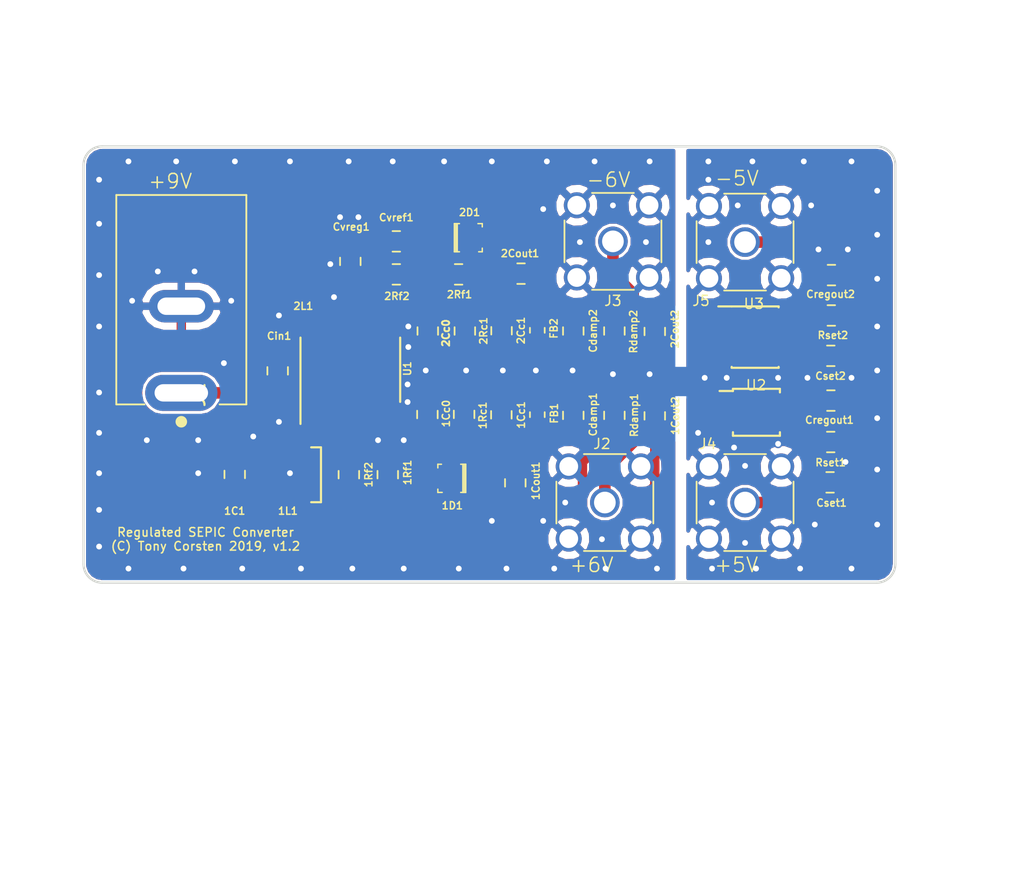
<source format=kicad_pcb>
(kicad_pcb (version 20171130) (host pcbnew "(5.0.2)-1")
  (layers (0 F.Cu signal) (31 B.Cu signal) (34 B.Paste user) (35 F.Paste user) (36 B.SilkS user) (37 F.SilkS user) (38 B.Mask user) (39 F.Mask user) (44 Edge.Cuts user))
  (net 0 "")
  (net 1 "Net-(1C1-Pad2)")
  (net 2 GND)
  (net 3 "Net-(1Cc1-Pad2)")
  (net 4 +6V)
  (net 5 +3V3)
  (net 6 "Net-(2Cc1-Pad2)")
  (net 7 -6V)
  (net 8 +5V)
  (net 9 -5V)
  (net 10 "Net-(Cset1-Pad1)")
  (net 11 "Net-(Cset2-Pad1)")
  (net 12 "Net-(U1-Pad3)")
  (net 13 "Net-(U2-Pad4)")
  (net 14 "Net-(U3-Pad4)")
  (net 15 "Net-(U3-Pad7)")
  (net 16 "Net-(1Cout1-Pad1)")
  (net 17 "Net-(2Cout1-Pad2)")
  (net 18 /SW1)
  (net 19 /COMP1)
  (net 20 /FB1)
  (net 21 /COMP2)
  (net 22 /SW2)
  (net 23 /FB2)
  (net 24 /VREF)
  (net 25 /VREG)
  (net 26 /SS)
  (net 27 /SEQ)
  (net 28 "Net-(Cdamp1-Pad2)")
  (net 29 "Net-(Cdamp2-Pad1)")
  (module Kicad-New-Libraries:SMA_Vertical_Connector (layer F.Cu) (at 132.588 83.058)
    (fp_text reference J5 (at -3.048 4.064) (layer F.SilkS) (effects (font (size 0.7 0.7) (thickness 0.1))))
    (fp_text value Conn_Coaxial)
    (pad 2 thru_hole circle (at -2.5 2.5) (size 1.8 1.8) (drill 1.3) (layers *.Cu *.Mask) (net 2 GND))
    (pad 2 thru_hole circle (at -2.5 -2.5) (size 1.8 1.8) (drill 1.3) (layers *.Cu *.Mask) (net 2 GND))
    (pad 2 thru_hole circle (at 2.5 -2.5) (size 1.8 1.8) (drill 1.3) (layers *.Cu *.Mask) (net 2 GND))
    (pad 2 thru_hole circle (at 2.5 2.5) (size 1.8 1.8) (drill 1.3) (layers *.Cu *.Mask) (net 2 GND))
    (pad 1 thru_hole circle (at 0 0) (size 2.05 2.05) (drill 1.5) (layers *.Cu *.Mask) (net 9 -5V))
  )
  (module Kicad-New-Libraries:SMA_Vertical_Connector (layer F.Cu) (at 132.588 101.092)
    (fp_text reference J4 (at -2.5908 -4.064) (layer F.SilkS) (effects (font (size 0.7 0.7) (thickness 0.1))))
    (fp_text value Conn_Coaxial)
    (pad 2 thru_hole circle (at -2.5 2.5) (size 1.8 1.8) (drill 1.3) (layers *.Cu *.Mask) (net 2 GND))
    (pad 2 thru_hole circle (at -2.5 -2.5) (size 1.8 1.8) (drill 1.3) (layers *.Cu *.Mask) (net 2 GND))
    (pad 2 thru_hole circle (at 2.5 -2.5) (size 1.8 1.8) (drill 1.3) (layers *.Cu *.Mask) (net 2 GND))
    (pad 2 thru_hole circle (at 2.5 2.5) (size 1.8 1.8) (drill 1.3) (layers *.Cu *.Mask) (net 2 GND))
    (pad 1 thru_hole circle (at 0 0) (size 2.05 2.05) (drill 1.5) (layers *.Cu *.Mask) (net 8 +5V))
  )
  (module Kicad-New-Libraries:SMA_Vertical_Connector (layer F.Cu) (at 122.8852 101.092)
    (fp_text reference J2 (at -0.2032 -4.064) (layer F.SilkS) (effects (font (size 0.7 0.7) (thickness 0.1))))
    (fp_text value Conn_Coaxial)
    (pad 2 thru_hole circle (at -2.5 2.5) (size 1.8 1.8) (drill 1.3) (layers *.Cu *.Mask) (net 2 GND))
    (pad 2 thru_hole circle (at -2.5 -2.5) (size 1.8 1.8) (drill 1.3) (layers *.Cu *.Mask) (net 2 GND))
    (pad 2 thru_hole circle (at 2.5 -2.5) (size 1.8 1.8) (drill 1.3) (layers *.Cu *.Mask) (net 2 GND))
    (pad 2 thru_hole circle (at 2.5 2.5) (size 1.8 1.8) (drill 1.3) (layers *.Cu *.Mask) (net 2 GND))
    (pad 1 thru_hole circle (at 0 0) (size 2.05 2.05) (drill 1.5) (layers *.Cu *.Mask) (net 4 +6V))
  )
  (module Kicad-New-Libraries:SMA_Vertical_Connector (layer F.Cu) (at 123.444 83.0072)
    (fp_text reference J3 (at 0 4.1148) (layer F.SilkS) (effects (font (size 0.7 0.7) (thickness 0.1))))
    (fp_text value Conn_Coaxial)
    (pad 2 thru_hole circle (at -2.5 2.5) (size 1.8 1.8) (drill 1.3) (layers *.Cu *.Mask) (net 2 GND))
    (pad 2 thru_hole circle (at -2.5 -2.5) (size 1.8 1.8) (drill 1.3) (layers *.Cu *.Mask) (net 2 GND))
    (pad 2 thru_hole circle (at 2.5 -2.5) (size 1.8 1.8) (drill 1.3) (layers *.Cu *.Mask) (net 2 GND))
    (pad 2 thru_hole circle (at 2.5 2.5) (size 1.8 1.8) (drill 1.3) (layers *.Cu *.Mask) (net 2 GND))
    (pad 1 thru_hole circle (at 0 0) (size 2.05 2.05) (drill 1.5) (layers *.Cu *.Mask) (net 7 -6V))
  )
  (module Capacitor_SMD:C_0805_2012Metric_Pad1.15x1.40mm_HandSolder (layer F.Cu) (at 116.6876 99.7294 270)
    (fp_text reference 1Cout1 (at -0.1434 -1.4224 90) (layer F.SilkS) (effects (font (size 0.5 0.5) (thickness 0.1))))
    (fp_text value 10uF)
    (pad 2 smd roundrect (at 1.025 0 270) (size 1.15 1.4) (layers F.Cu F.Paste F.Mask) (roundrect_rratio 0.217391) (net 2 GND))
    (pad 1 smd roundrect (at -1.025 0 270) (size 1.15 1.4) (layers F.Cu F.Paste F.Mask) (roundrect_rratio 0.217391) (net 16 "Net-(1Cout1-Pad1)"))
  )
  (module digikey-footprints:SOD-123_UPDATED (layer F.Cu) (at 112.3188 99.4156 180)
    (fp_text reference 1D1 (at -0.01 -1.89 180) (layer F.SilkS) (effects (font (size 0.5 0.5) (thickness 0.1))))
    (fp_text value MBR0520LT1G)
    (pad A smd rect (at 1.63 0 180) (size 1.1 0.95) (layers F.Cu F.Paste F.Mask) (net 1 "Net-(1C1-Pad2)"))
    (pad K smd rect (at -1.63 0 180) (size 1.1 0.95) (layers F.Cu F.Paste F.Mask) (net 16 "Net-(1Cout1-Pad1)"))
  )
  (module digikey-footprints:SOD-123_UPDATED (layer F.Cu) (at 113.411 82.7532)
    (fp_text reference 2D1 (at 0.1143 -1.7526) (layer F.SilkS) (effects (font (size 0.5 0.5) (thickness 0.1))))
    (fp_text value MBR0520LT1G)
    (pad A smd rect (at 1.63 0) (size 1.1 0.95) (layers F.Cu F.Paste F.Mask) (net 17 "Net-(2Cout1-Pad2)"))
    (pad K smd rect (at -1.63 0) (size 1.1 0.95) (layers F.Cu F.Paste F.Mask) (net 22 /SW2))
  )
  (module ANC-footprints:LPD3015 (layer F.Cu) (at 101.1393 99.1692 270)
    (fp_text reference 1L1 (at 2.507 0.187) (layer F.SilkS) (effects (font (size 0.5 0.5) (thickness 0.1))))
    (fp_text value LPD3015-222)
    (pad 3 smd roundrect (at 1.11 1.21 270) (size 1.2 1.4) (layers F.Cu F.Paste F.Mask) (net 1 "Net-(1C1-Pad2)"))
    (pad 2 smd roundrect (at -1.11 1.21 270) (size 1.2 1.4) (layers F.Cu F.Paste F.Mask) (net 18 /SW1))
    (pad 1 smd roundrect (at -1.11 -1.21 270) (size 1.2 1.4) (layers F.Cu F.Paste F.Mask) (net 5 +3V3))
    (pad 4 smd roundrect (at 1.11 -1.21 270) (size 1.2 1.4) (layers F.Cu F.Paste F.Mask) (net 2 GND))
  )
  (module ANC-footprints:LQH32PN4R7NN0 (layer F.Cu) (at 102.0953 84.5932 270)
    (fp_text reference 2L1 (at 2.8971 0.0762) (layer F.SilkS) (effects (font (size 0.5 0.5) (thickness 0.1))))
    (fp_text value 4.7uH)
    (pad 2 smd roundrect (at -1.45 0 270) (size 1.5 2.5) (layers F.Cu F.Paste F.Mask) (net 2 GND))
    (pad 1 smd roundrect (at 1.45 0 270) (size 1.5 2.5) (layers F.Cu F.Paste F.Mask) (net 22 /SW2))
  )
  (module Capacitor_SMD:C_0805_2012Metric_Pad1.15x1.40mm_HandSolder (layer F.Cu) (at 97.2693 99.1452 270)
    (fp_text reference 1C1 (at 2.531 0) (layer F.SilkS) (effects (font (size 0.5 0.5) (thickness 0.1))))
    (fp_text value 1uF)
    (pad 2 smd roundrect (at 1.025 0 270) (size 1.15 1.4) (layers F.Cu F.Paste F.Mask) (roundrect_rratio 0.217391) (net 1 "Net-(1C1-Pad2)"))
    (pad 1 smd roundrect (at -1.025 0 270) (size 1.15 1.4) (layers F.Cu F.Paste F.Mask) (roundrect_rratio 0.217391) (net 18 /SW1))
  )
  (module Capacitor_SMD:C_0805_2012Metric_Pad1.15x1.40mm_HandSolder (layer F.Cu) (at 110.6043 94.996 270)
    (fp_text reference 1Cc0 (at -0.0635 -1.2954 270) (layer F.SilkS) (effects (font (size 0.5 0.5) (thickness 0.1))))
    (fp_text value 47pF)
    (pad 2 smd roundrect (at 1.025 0 270) (size 1.15 1.4) (layers F.Cu F.Paste F.Mask) (roundrect_rratio 0.217391) (net 19 /COMP1))
    (pad 1 smd roundrect (at -1.025 0 270) (size 1.15 1.4) (layers F.Cu F.Paste F.Mask) (roundrect_rratio 0.217391) (net 2 GND))
  )
  (module Capacitor_SMD:C_0805_2012Metric_Pad1.15x1.40mm_HandSolder (layer F.Cu) (at 115.7224 95.0177 90)
    (fp_text reference 1Cc1 (at -0.0127 1.3716 90) (layer F.SilkS) (effects (font (size 0.5 0.5) (thickness 0.1))))
    (fp_text value 8.2nF)
    (pad 2 smd roundrect (at 1.025 0 90) (size 1.15 1.4) (layers F.Cu F.Paste F.Mask) (roundrect_rratio 0.217391) (net 3 "Net-(1Cc1-Pad2)"))
    (pad 1 smd roundrect (at -1.025 0 90) (size 1.15 1.4) (layers F.Cu F.Paste F.Mask) (roundrect_rratio 0.217391) (net 2 GND))
  )
  (module Resistor_SMD:R_0805_2012Metric_Pad1.15x1.40mm_HandSolder (layer F.Cu) (at 113.1443 94.987 90)
    (fp_text reference 1Rc1 (at -0.0725 1.2954 90) (layer F.SilkS) (effects (font (size 0.5 0.5) (thickness 0.1))))
    (fp_text value 7.32K)
    (pad 2 smd roundrect (at 1.025 0 90) (size 1.15 1.4) (layers F.Cu F.Paste F.Mask) (roundrect_rratio 0.217391) (net 3 "Net-(1Cc1-Pad2)"))
    (pad 1 smd roundrect (at -1.025 0 90) (size 1.15 1.4) (layers F.Cu F.Paste F.Mask) (roundrect_rratio 0.217391) (net 19 /COMP1))
  )
  (module Resistor_SMD:R_0805_2012Metric_Pad1.15x1.40mm_HandSolder (layer F.Cu) (at 107.8611 99.1616 90)
    (fp_text reference 1Rf1 (at 0.1524 1.3716 270) (layer F.SilkS) (effects (font (size 0.5 0.5) (thickness 0.1))))
    (fp_text value 84.5K)
    (pad 2 smd roundrect (at 1.025 0 90) (size 1.15 1.4) (layers F.Cu F.Paste F.Mask) (roundrect_rratio 0.217391) (net 20 /FB1))
    (pad 1 smd roundrect (at -1.025 0 90) (size 1.15 1.4) (layers F.Cu F.Paste F.Mask) (roundrect_rratio 0.217391) (net 4 +6V))
  )
  (module Resistor_SMD:R_0805_2012Metric_Pad1.15x1.40mm_HandSolder (layer F.Cu) (at 105.1687 99.1616 90)
    (fp_text reference 1Rf2 (at 0 1.3716 270) (layer F.SilkS) (effects (font (size 0.5 0.5) (thickness 0.1))))
    (fp_text value 13K)
    (pad 2 smd roundrect (at 1.025 0 90) (size 1.15 1.4) (layers F.Cu F.Paste F.Mask) (roundrect_rratio 0.217391) (net 20 /FB1))
    (pad 1 smd roundrect (at -1.025 0 90) (size 1.15 1.4) (layers F.Cu F.Paste F.Mask) (roundrect_rratio 0.217391) (net 2 GND))
  )
  (module Capacitor_SMD:C_0805_2012Metric_Pad1.15x1.40mm_HandSolder (layer F.Cu) (at 110.6297 89.2138 90)
    (fp_text reference 2Cc0 (at -0.1434 1.2573 90) (layer F.SilkS) (effects (font (size 0.5 0.5) (thickness 0.125))))
    (fp_text value 47pF)
    (pad 2 smd roundrect (at 1.025 0 90) (size 1.15 1.4) (layers F.Cu F.Paste F.Mask) (roundrect_rratio 0.217391) (net 21 /COMP2))
    (pad 1 smd roundrect (at -1.025 0 90) (size 1.15 1.4) (layers F.Cu F.Paste F.Mask) (roundrect_rratio 0.217391) (net 2 GND))
  )
  (module Capacitor_SMD:C_0805_2012Metric_Pad1.15x1.40mm_HandSolder (layer F.Cu) (at 115.7351 89.1958 270)
    (fp_text reference 2Cc1 (at -0.0164 -1.3462 270) (layer F.SilkS) (effects (font (size 0.5 0.5) (thickness 0.1))))
    (fp_text value 6.8nF)
    (pad 2 smd roundrect (at 1.025 0 270) (size 1.15 1.4) (layers F.Cu F.Paste F.Mask) (roundrect_rratio 0.217391) (net 6 "Net-(2Cc1-Pad2)"))
    (pad 1 smd roundrect (at -1.025 0 270) (size 1.15 1.4) (layers F.Cu F.Paste F.Mask) (roundrect_rratio 0.217391) (net 2 GND))
  )
  (module Capacitor_SMD:C_0805_2012Metric_Pad1.15x1.40mm_HandSolder (layer F.Cu) (at 117.085 85.2424)
    (fp_text reference 2Cout1 (at -0.0672 -1.397) (layer F.SilkS) (effects (font (size 0.5 0.5) (thickness 0.1))))
    (fp_text value 10uF)
    (pad 2 smd roundrect (at 1.025 0) (size 1.15 1.4) (layers F.Cu F.Paste F.Mask) (roundrect_rratio 0.217391) (net 17 "Net-(2Cout1-Pad2)"))
    (pad 1 smd roundrect (at -1.025 0) (size 1.15 1.4) (layers F.Cu F.Paste F.Mask) (roundrect_rratio 0.217391) (net 2 GND))
  )
  (module Resistor_SMD:R_0805_2012Metric_Pad1.15x1.40mm_HandSolder (layer F.Cu) (at 113.1951 89.2138 270)
    (fp_text reference 2Rc1 (at -0.009 -1.2954 270) (layer F.SilkS) (effects (font (size 0.5 0.5) (thickness 0.1))))
    (fp_text value 7.68K)
    (pad 2 smd roundrect (at 1.025 0 270) (size 1.15 1.4) (layers F.Cu F.Paste F.Mask) (roundrect_rratio 0.217391) (net 6 "Net-(2Cc1-Pad2)"))
    (pad 1 smd roundrect (at -1.025 0 270) (size 1.15 1.4) (layers F.Cu F.Paste F.Mask) (roundrect_rratio 0.217391) (net 21 /COMP2))
  )
  (module Resistor_SMD:R_0805_2012Metric_Pad1.15x1.40mm_HandSolder (layer F.Cu) (at 112.7633 85.2932 180)
    (fp_text reference 2Rf1 (at -0.0635 -1.397 180) (layer F.SilkS) (effects (font (size 0.5 0.5) (thickness 0.1))))
    (fp_text value 90.9K)
    (pad 2 smd roundrect (at 1.025 0 180) (size 1.15 1.4) (layers F.Cu F.Paste F.Mask) (roundrect_rratio 0.217391) (net 23 /FB2))
    (pad 1 smd roundrect (at -1.025 0 180) (size 1.15 1.4) (layers F.Cu F.Paste F.Mask) (roundrect_rratio 0.217391) (net 7 -6V))
  )
  (module Resistor_SMD:R_0805_2012Metric_Pad1.15x1.40mm_HandSolder (layer F.Cu) (at 108.4543 85.2932)
    (fp_text reference 2Rf2 (at 0.0418 1.5113) (layer F.SilkS) (effects (font (size 0.5 0.5) (thickness 0.1))))
    (fp_text value 10.7K)
    (pad 2 smd roundrect (at 1.025 0) (size 1.15 1.4) (layers F.Cu F.Paste F.Mask) (roundrect_rratio 0.217391) (net 23 /FB2))
    (pad 1 smd roundrect (at -1.025 0) (size 1.15 1.4) (layers F.Cu F.Paste F.Mask) (roundrect_rratio 0.217391) (net 24 /VREF))
  )
  (module Capacitor_SMD:C_0805_2012Metric_Pad1.15x1.40mm_HandSolder (layer F.Cu) (at 100.2411 91.9734 270)
    (fp_text reference Cin1 (at -2.413 -0.1016) (layer F.SilkS) (effects (font (size 0.5 0.5) (thickness 0.1))))
    (fp_text value 10uF)
    (pad 2 smd roundrect (at 1.025 0 270) (size 1.15 1.4) (layers F.Cu F.Paste F.Mask) (roundrect_rratio 0.217391) (net 2 GND))
    (pad 1 smd roundrect (at -1.025 0 270) (size 1.15 1.4) (layers F.Cu F.Paste F.Mask) (roundrect_rratio 0.217391) (net 5 +3V3))
  )
  (module Capacitor_SMD:C_0805_2012Metric_Pad1.15x1.40mm_HandSolder (layer F.Cu) (at 138.5279 94.0308 180)
    (fp_text reference Cregout1 (at 0.0979 -1.3462) (layer F.SilkS) (effects (font (size 0.5 0.5) (thickness 0.1))))
    (fp_text value 4.7uF)
    (pad 1 smd roundrect (at -1.025 0 180) (size 1.15 1.4) (layers F.Cu F.Paste F.Mask) (roundrect_rratio 0.217391) (net 2 GND))
    (pad 2 smd roundrect (at 1.025 0 180) (size 1.15 1.4) (layers F.Cu F.Paste F.Mask) (roundrect_rratio 0.217391) (net 8 +5V))
  )
  (module Capacitor_SMD:C_0805_2012Metric_Pad1.15x1.40mm_HandSolder (layer F.Cu) (at 138.566 85.344 180)
    (fp_text reference Cregout2 (at 0.0598 -1.3208 180) (layer F.SilkS) (effects (font (size 0.5 0.5) (thickness 0.1))))
    (fp_text value 10uF)
    (pad 2 smd roundrect (at 1.025 0 180) (size 1.15 1.4) (layers F.Cu F.Paste F.Mask) (roundrect_rratio 0.217391) (net 9 -5V))
    (pad 1 smd roundrect (at -1.025 0 180) (size 1.15 1.4) (layers F.Cu F.Paste F.Mask) (roundrect_rratio 0.217391) (net 2 GND))
  )
  (module Capacitor_SMD:C_0805_2012Metric_Pad1.15x1.40mm_HandSolder (layer F.Cu) (at 138.4718 99.695)
    (fp_text reference Cset1 (at 0.1016 1.4224 180) (layer F.SilkS) (effects (font (size 0.5 0.5) (thickness 0.1))))
    (fp_text value 0.47uF)
    (pad 1 smd roundrect (at -1.025 0) (size 1.15 1.4) (layers F.Cu F.Paste F.Mask) (roundrect_rratio 0.217391) (net 10 "Net-(Cset1-Pad1)"))
    (pad 2 smd roundrect (at 1.025 0) (size 1.15 1.4) (layers F.Cu F.Paste F.Mask) (roundrect_rratio 0.217391) (net 2 GND))
  )
  (module Capacitor_SMD:C_0805_2012Metric_Pad1.15x1.40mm_HandSolder (layer F.Cu) (at 138.52155 90.932)
    (fp_text reference Cset2 (at -0.0164 1.397) (layer F.SilkS) (effects (font (size 0.5 0.5) (thickness 0.1))))
    (fp_text value 4.7uF)
    (pad 2 smd roundrect (at 1.025 0) (size 1.15 1.4) (layers F.Cu F.Paste F.Mask) (roundrect_rratio 0.217391) (net 2 GND))
    (pad 1 smd roundrect (at -1.025 0) (size 1.15 1.4) (layers F.Cu F.Paste F.Mask) (roundrect_rratio 0.217391) (net 11 "Net-(Cset2-Pad1)"))
  )
  (module Capacitor_SMD:C_0805_2012Metric_Pad1.15x1.40mm_HandSolder (layer F.Cu) (at 108.4543 83.0072)
    (fp_text reference Cvref1 (at 0 -1.65) (layer F.SilkS) (effects (font (size 0.5 0.5) (thickness 0.1))))
    (fp_text value 1uF)
    (pad 2 smd roundrect (at 1.025 0) (size 1.15 1.4) (layers F.Cu F.Paste F.Mask) (roundrect_rratio 0.217391) (net 2 GND))
    (pad 1 smd roundrect (at -1.025 0) (size 1.15 1.4) (layers F.Cu F.Paste F.Mask) (roundrect_rratio 0.217391) (net 24 /VREF))
  )
  (module Capacitor_SMD:C_0805_2012Metric_Pad1.15x1.40mm_HandSolder (layer F.Cu) (at 105.2703 84.3952 270)
    (fp_text reference Cvreg1 (at -2.3913 -0.0635) (layer F.SilkS) (effects (font (size 0.5 0.5) (thickness 0.1))))
    (fp_text value 1uF)
    (pad 2 smd roundrect (at 1.025 0 270) (size 1.15 1.4) (layers F.Cu F.Paste F.Mask) (roundrect_rratio 0.217391) (net 25 /VREG))
    (pad 1 smd roundrect (at -1.025 0 270) (size 1.15 1.4) (layers F.Cu F.Paste F.Mask) (roundrect_rratio 0.217391) (net 2 GND))
  )
  (module Resistor_SMD:R_0805_2012Metric_Pad1.15x1.40mm_HandSolder (layer F.Cu) (at 138.5152 96.901)
    (fp_text reference Rset1 (at -0.009 1.4224) (layer F.SilkS) (effects (font (size 0.5 0.5) (thickness 0.1))))
    (fp_text value 49.9K)
    (pad 2 smd roundrect (at 1.025 0) (size 1.15 1.4) (layers F.Cu F.Paste F.Mask) (roundrect_rratio 0.217391) (net 2 GND))
    (pad 1 smd roundrect (at -1.025 0) (size 1.15 1.4) (layers F.Cu F.Paste F.Mask) (roundrect_rratio 0.217391) (net 10 "Net-(Cset1-Pad1)"))
  )
  (module Resistor_SMD:R_0805_2012Metric_Pad1.15x1.40mm_HandSolder (layer F.Cu) (at 138.557 88.138)
    (fp_text reference Rset2 (at 0.1106 1.3716) (layer F.SilkS) (effects (font (size 0.5 0.5) (thickness 0.1))))
    (fp_text value 49.9K)
    (pad 2 smd roundrect (at 1.025 0) (size 1.15 1.4) (layers F.Cu F.Paste F.Mask) (roundrect_rratio 0.217391) (net 2 GND))
    (pad 1 smd roundrect (at -1.025 0) (size 1.15 1.4) (layers F.Cu F.Paste F.Mask) (roundrect_rratio 0.217391) (net 11 "Net-(Cset2-Pad1)"))
  )
  (module Package_SO:ETSSOP-20-1EP_4.4x6.5mm_P0.65mm_EP3x4.2mm (layer F.Cu) (at 105.2703 91.8972 90)
    (fp_text reference U1 (at 0.0762 3.9497 270) (layer F.SilkS) (effects (font (size 0.5 0.5) (thickness 0.1))))
    (fp_text value ADP5071AREZ)
    (pad 21 smd rect (at 0 0 90) (size 3 4.2) (layers F.Cu F.Paste F.Mask) (net 2 GND))
    (pad 20 smd rect (at 2.95 -2.925 90) (size 1.45 0.45) (layers F.Cu F.Paste F.Mask) (net 22 /SW2))
    (pad 19 smd rect (at 2.95 -2.275 90) (size 1.45 0.45) (layers F.Cu F.Paste F.Mask) (net 5 +3V3))
    (pad 18 smd rect (at 2.95 -1.625 90) (size 1.45 0.45) (layers F.Cu F.Paste F.Mask) (net 5 +3V3))
    (pad 17 smd rect (at 2.95 -0.975 90) (size 1.45 0.45) (layers F.Cu F.Paste F.Mask) (net 5 +3V3))
    (pad 16 smd rect (at 2.95 -0.325 90) (size 1.45 0.45) (layers F.Cu F.Paste F.Mask) (net 25 /VREG))
    (pad 15 smd rect (at 2.95 0.325 90) (size 1.45 0.45) (layers F.Cu F.Paste F.Mask) (net 2 GND))
    (pad 14 smd rect (at 2.95 0.975 90) (size 1.45 0.45) (layers F.Cu F.Paste F.Mask) (net 24 /VREF))
    (pad 13 smd rect (at 2.95 1.625 90) (size 1.45 0.45) (layers F.Cu F.Paste F.Mask) (net 23 /FB2))
    (pad 12 smd rect (at 2.95 2.275 90) (size 1.45 0.45) (layers F.Cu F.Paste F.Mask) (net 21 /COMP2))
    (pad 11 smd rect (at 2.95 2.925 90) (size 1.45 0.45) (layers F.Cu F.Paste F.Mask) (net 5 +3V3))
    (pad 10 smd rect (at -2.95 2.925 90) (size 1.45 0.45) (layers F.Cu F.Paste F.Mask) (net 26 /SS))
    (pad 9 smd rect (at -2.95 2.275 90) (size 1.45 0.45) (layers F.Cu F.Paste F.Mask) (net 5 +3V3))
    (pad 8 smd rect (at -2.95 1.625 90) (size 1.45 0.45) (layers F.Cu F.Paste F.Mask) (net 19 /COMP1))
    (pad 7 smd rect (at -2.95 0.975 90) (size 1.45 0.45) (layers F.Cu F.Paste F.Mask) (net 20 /FB1))
    (pad 6 smd rect (at -2.95 0.325 90) (size 1.45 0.45) (layers F.Cu F.Paste F.Mask) (net 2 GND))
    (pad 5 smd rect (at -2.95 -0.325 90) (size 1.45 0.45) (layers F.Cu F.Paste F.Mask) (net 27 /SEQ))
    (pad 4 smd rect (at -2.95 -0.975 90) (size 1.45 0.45) (layers F.Cu F.Paste F.Mask) (net 5 +3V3))
    (pad 3 smd rect (at -2.95 -1.625 90) (size 1.45 0.45) (layers F.Cu F.Paste F.Mask) (net 12 "Net-(U1-Pad3)"))
    (pad 2 smd rect (at -2.95 -2.275 90) (size 1.45 0.45) (layers F.Cu F.Paste F.Mask) (net 18 /SW1))
    (pad 1 smd rect (at -2.95 -2.925 90) (size 1.45 0.45) (layers F.Cu F.Paste F.Mask) (net 2 GND))
  )
  (module Capacitor_SMD:C_0805_2012Metric_Pad1.15x1.40mm_HandSolder (layer F.Cu) (at 126.3396 95.0886 270)
    (fp_text reference 1Cout2 (at -0.009 -1.4224 270) (layer F.SilkS) (effects (font (size 0.5 0.5) (thickness 0.1))))
    (fp_text value 10nF)
    (pad 2 smd roundrect (at 1.025 0 270) (size 1.15 1.4) (layers F.Cu F.Paste F.Mask) (roundrect_rratio 0.217391) (net 2 GND))
    (pad 1 smd roundrect (at -1.025 0 270) (size 1.15 1.4) (layers F.Cu F.Paste F.Mask) (roundrect_rratio 0.217391) (net 4 +6V))
  )
  (module Capacitor_SMD:C_0805_2012Metric_Pad1.15x1.40mm_HandSolder (layer F.Cu) (at 126.3396 89.2466 270)
    (fp_text reference 2Cout2 (at -0.1688 -1.397 270) (layer F.SilkS) (effects (font (size 0.5 0.5) (thickness 0.1))))
    (fp_text value 10nF)
    (pad 1 smd roundrect (at -1.025 0 270) (size 1.15 1.4) (layers F.Cu F.Paste F.Mask) (roundrect_rratio 0.217391) (net 2 GND))
    (pad 2 smd roundrect (at 1.025 0 270) (size 1.15 1.4) (layers F.Cu F.Paste F.Mask) (roundrect_rratio 0.217391) (net 7 -6V))
  )
  (module Capacitor_SMD:C_0805_2012Metric_Pad1.15x1.40mm_HandSolder (layer F.Cu) (at 120.7008 95.0558 270)
    (fp_text reference Cdamp1 (at -0.0598 -1.3716 270) (layer F.SilkS) (effects (font (size 0.5 0.5) (thickness 0.1))))
    (fp_text value 1uF)
    (pad 1 smd roundrect (at -1.025 0 270) (size 1.15 1.4) (layers F.Cu F.Paste F.Mask) (roundrect_rratio 0.217391) (net 4 +6V))
    (pad 2 smd roundrect (at 1.025 0 270) (size 1.15 1.4) (layers F.Cu F.Paste F.Mask) (roundrect_rratio 0.217391) (net 28 "Net-(Cdamp1-Pad2)"))
  )
  (module Capacitor_SMD:C_0805_2012Metric_Pad1.15x1.40mm_HandSolder (layer F.Cu) (at 120.7008 89.2138 270)
    (fp_text reference Cdamp2 (at -0.009 -1.3716 270) (layer F.SilkS) (effects (font (size 0.5 0.5) (thickness 0.1))))
    (fp_text value 1uF)
    (pad 2 smd roundrect (at 1.025 0 270) (size 1.15 1.4) (layers F.Cu F.Paste F.Mask) (roundrect_rratio 0.217391) (net 7 -6V))
    (pad 1 smd roundrect (at -1.025 0 270) (size 1.15 1.4) (layers F.Cu F.Paste F.Mask) (roundrect_rratio 0.217391) (net 29 "Net-(Cdamp2-Pad1)"))
  )
  (module Resistor_SMD:R_0603_1608Metric_Pad1.05x0.95mm_HandSolder (layer F.Cu) (at 118.2116 95.0074 270)
    (fp_text reference FB1 (at -0.0902 -1.1684 90) (layer F.SilkS) (effects (font (size 0.5 0.5) (thickness 0.1))))
    (fp_text value MPZ1608S101A)
    (pad 1 smd roundrect (at -0.875 0 270) (size 1.05 0.95) (layers F.Cu F.Paste F.Mask) (net 4 +6V))
    (pad 2 smd roundrect (at 0.875 0 270) (size 1.05 0.95) (layers F.Cu F.Paste F.Mask) (net 16 "Net-(1Cout1-Pad1)"))
  )
  (module Resistor_SMD:R_0603_1608Metric_Pad1.05x0.95mm_HandSolder (layer F.Cu) (at 118.2116 89.1654 90)
    (fp_text reference FB2 (at 0.127 1.143 90) (layer F.SilkS) (effects (font (size 0.5 0.5) (thickness 0.1))))
    (fp_text value MPZ1608S101A)
    (pad 2 smd roundrect (at 0.875 0 90) (size 1.05 0.95) (layers F.Cu F.Paste F.Mask) (net 17 "Net-(2Cout1-Pad2)"))
    (pad 1 smd roundrect (at -0.875 0 90) (size 1.05 0.95) (layers F.Cu F.Paste F.Mask) (net 7 -6V))
  )
  (module Kicad-New-Libraries:PJ-037A (layer F.Cu) (at 94.2213 93.6244 90)
    (fp_text reference J1 (at 0 0.5 90) (layer F.SilkS))
    (fp_text value Barrel_Jack)
    (fp_line (start 0.627 -2.3977) (end 0.627 1.1023) (layer Edge.Cuts) (width 0.0001))
    (fp_line (start 5.627 0.8523) (end 5.627 -2.1477) (layer Edge.Cuts) (width 0.0001))
    (fp_line (start -0.373 1.1023) (end -0.373 -2.3977) (layer Edge.Cuts) (width 0.0001))
    (fp_line (start -0.373 -2.3977) (end 0.627 -2.3977) (layer Edge.Cuts) (width 0.0001))
    (fp_line (start 5.627 -2.1477) (end 6.627 -2.1477) (layer Edge.Cuts) (width 0.0001))
    (fp_line (start 6.627 -2.1477) (end 6.627 0.8523) (layer Edge.Cuts) (width 0.0001))
    (fp_line (start 6.627 0.8523) (end 5.627 0.8523) (layer Edge.Cuts) (width 0.0001))
    (fp_line (start 0.627 1.1023) (end -0.373 1.1023) (layer Edge.Cuts) (width 0.0001))
    (pad 1 thru_hole oval (at 0.127 -0.6477 180) (size 5 2.5) (drill oval 3.7 1.2) (layers *.Cu *.Mask) (net 5 +3V3))
    (pad 2 thru_hole oval (at 6.127 -0.6477 180) (size 4.5 2.25) (drill oval 3.3 1.2) (layers *.Cu *.Mask) (net 2 GND))
  )
  (module Resistor_SMD:R_0805_2012Metric_Pad1.15x1.40mm_HandSolder (layer F.Cu) (at 123.5456 95.0558 270)
    (fp_text reference Rdamp1 (at -0.009 -1.3716 270) (layer F.SilkS) (effects (font (size 0.5 0.5) (thickness 0.1))))
    (fp_text value 2.0)
    (pad 1 smd roundrect (at -1.025 0 270) (size 1.15 1.4) (layers F.Cu F.Paste F.Mask) (roundrect_rratio 0.217391) (net 28 "Net-(Cdamp1-Pad2)"))
    (pad 2 smd roundrect (at 1.025 0 270) (size 1.15 1.4) (layers F.Cu F.Paste F.Mask) (roundrect_rratio 0.217391) (net 2 GND))
  )
  (module Resistor_SMD:R_0805_2012Metric_Pad1.15x1.40mm_HandSolder (layer F.Cu) (at 123.5456 89.2138 90)
    (fp_text reference Rdamp2 (at -0.0418 1.3208 90) (layer F.SilkS) (effects (font (size 0.5 0.5) (thickness 0.1))))
    (fp_text value 2.0)
    (pad 2 smd roundrect (at 1.025 0 90) (size 1.15 1.4) (layers F.Cu F.Paste F.Mask) (roundrect_rratio 0.217391) (net 29 "Net-(Cdamp2-Pad1)"))
    (pad 1 smd roundrect (at -1.025 0 90) (size 1.15 1.4) (layers F.Cu F.Paste F.Mask) (roundrect_rratio 0.217391) (net 2 GND))
  )
  (module Package_SO:MSOP-10-1EP_3x3mm_P0.5mm_EP1.68x1.88mm_HAND_SOLDER (layer F.Cu) (at 133.3754 94.8436)
    (fp_text reference U2 (at -0.0254 -1.8796) (layer F.SilkS) (effects (font (size 0.7 0.7) (thickness 0.1))))
    (fp_text value LT3042EMSE-PBF)
    (pad 1 smd rect (at -2.26 -1) (size 1.2 0.305) (layers F.Cu F.Paste F.Mask) (net 4 +6V))
    (pad 2 smd rect (at -2.26 -0.5) (size 1.2 0.305) (layers F.Cu F.Paste F.Mask) (net 4 +6V))
    (pad 3 smd rect (at -2.26 0) (size 1.2 0.305) (layers F.Cu F.Paste F.Mask) (net 4 +6V))
    (pad 4 smd rect (at -2.26 0.5) (size 1.2 0.305) (layers F.Cu F.Paste F.Mask) (net 13 "Net-(U2-Pad4)"))
    (pad 5 smd rect (at -2.26 1) (size 1.2 0.305) (layers F.Cu F.Paste F.Mask) (net 2 GND))
    (pad 6 smd rect (at 2.26 1) (size 1.2 0.305) (layers F.Cu F.Paste F.Mask) (net 4 +6V))
    (pad 7 smd rect (at 2.26 0.5) (size 1.2 0.305) (layers F.Cu F.Paste F.Mask) (net 10 "Net-(Cset1-Pad1)"))
    (pad 8 smd rect (at 2.26 0) (size 1.2 0.305) (layers F.Cu F.Paste F.Mask) (net 2 GND))
    (pad 9 smd rect (at 2.26 -0.5) (size 1.2 0.305) (layers F.Cu F.Paste F.Mask) (net 8 +5V))
    (pad 10 smd rect (at 2.26 -1) (size 1.2 0.305) (layers F.Cu F.Paste F.Mask) (net 8 +5V))
    (pad 11 smd rect (at 0 0) (size 1.68 1.88) (layers F.Cu F.Mask) (net 2 GND))
  )
  (module Package_SO:MSOP-12-1EP_3x4mm_P0.65mm_EP1.65x2.85mm_HAND_SOLDER (layer F.Cu) (at 133.2865 89.6366)
    (fp_text reference U3 (at -0.0889 -2.3114) (layer F.SilkS) (effects (font (size 0.7 0.7) (thickness 0.1))))
    (fp_text value LT3094EMSE)
    (pad 1 smd rect (at -2.26 -1.625) (size 1.2 0.42) (layers F.Cu F.Paste F.Mask) (net 7 -6V))
    (pad 2 smd rect (at -2.26 -0.975) (size 1.2 0.42) (layers F.Cu F.Paste F.Mask) (net 7 -6V))
    (pad 3 smd rect (at -2.26 -0.325) (size 1.2 0.42) (layers F.Cu F.Paste F.Mask) (net 7 -6V))
    (pad 4 smd rect (at -2.26 0.325) (size 1.2 0.42) (layers F.Cu F.Paste F.Mask) (net 14 "Net-(U3-Pad4)"))
    (pad 5 smd rect (at -2.26 0.975) (size 1.2 0.42) (layers F.Cu F.Paste F.Mask) (net 7 -6V))
    (pad 6 smd rect (at -2.26 1.625) (size 1.2 0.42) (layers F.Cu F.Paste F.Mask) (net 2 GND))
    (pad 7 smd rect (at 2.26 1.625) (size 1.2 0.42) (layers F.Cu F.Paste F.Mask) (net 15 "Net-(U3-Pad7)"))
    (pad 8 smd rect (at 2.26 0.975) (size 1.2 0.42) (layers F.Cu F.Paste F.Mask) (net 11 "Net-(Cset2-Pad1)"))
    (pad 9 smd rect (at 2.26 0.325) (size 1.2 0.42) (layers F.Cu F.Paste F.Mask) (net 2 GND))
    (pad 10 smd rect (at 2.26 -0.325) (size 1.2 0.42) (layers F.Cu F.Paste F.Mask) (net 9 -5V))
    (pad 11 smd rect (at 2.26 -0.975) (size 1.2 0.42) (layers F.Cu F.Paste F.Mask) (net 9 -5V))
    (pad 12 smd rect (at 2.26 -1.625) (size 1.2 0.42) (layers F.Cu F.Paste F.Mask) (net 9 -5V))
    (pad 13 smd rect (at 0 0) (size 1.65 2.85) (layers F.Cu F.Mask) (net 7 -6V))
  )
  (gr_text +9V (at 92.8116 78.8416) (layer F.SilkS) (effects (font (size 1 1) (thickness 0.1))))
  (gr_text +5V (at 131.9784 105.41) (layer F.SilkS) (effects (font (size 1 1) (thickness 0.1))))
  (gr_text +6V (at 121.9708 105.41) (layer F.SilkS) (effects (font (size 1 1) (thickness 0.1))))
  (gr_text -5V (at 132.0292 78.6384) (layer F.SilkS) (effects (font (size 1 1) (thickness 0.1))))
  (gr_text -6V (at 123.1392 78.74) (layer F.SilkS) (effects (font (size 1 1) (thickness 0.1))))
  (gr_line (start 142.9893 105.3465) (end 142.9893 77.724) (layer Edge.Cuts) (width 0.15))
  (gr_arc (start 141.6939 105.3465) (end 141.6939 106.6419) (angle -90) (layer Edge.Cuts) (width 0.15))
  (gr_arc (start 141.6939 77.724) (end 142.9893 77.724) (angle -90) (layer Edge.Cuts) (width 0.15))
  (gr_arc (start 88.0999 77.724) (end 88.0999 76.4286) (angle -90) (layer Edge.Cuts) (width 0.15))
  (gr_arc (start 88.0999 105.3465) (end 86.8045 105.3465) (angle -90) (layer Edge.Cuts) (width 0.15))
  (gr_line (start 141.6939 76.4286) (end 88.0999 76.4286) (layer Edge.Cuts) (width 0.15))
  (gr_line (start 86.8045 105.3465) (end 86.8045 77.724) (layer Edge.Cuts) (width 0.15))
  (gr_line (start 141.6939 106.6419) (end 88.0999 106.6419) (layer Edge.Cuts) (width 0.15))
  (gr_text "Regulated SEPIC Converter\n(C) Tony Corsten 2019, v1.2" (at 95.25 103.632) (layer F.SilkS) (effects (font (size 0.6 0.6) (thickness 0.1))))
  (segment (start 97.3783 100.2792) (end 97.2693 100.1702) (width 0.65) (layer F.Cu) (net 1))
  (segment (start 99.9293 100.2792) (end 97.3783 100.2792) (width 0.65) (layer F.Cu) (net 1))
  (segment (start 100.555907 100.905807) (end 99.9293 100.2792) (width 0.8) (layer F.Cu) (net 1))
  (segment (start 101.12931 101.47921) (end 100.555907 100.905807) (width 0.8) (layer F.Cu) (net 1))
  (segment (start 109.90019 101.47921) (end 101.12931 101.47921) (width 0.8) (layer F.Cu) (net 1))
  (segment (start 110.6888 100.6906) (end 109.90019 101.47921) (width 0.8) (layer F.Cu) (net 1))
  (segment (start 110.6888 99.4156) (end 110.6888 100.6906) (width 0.8) (layer F.Cu) (net 1))
  (segment (start 135.4804 94.8436) (end 133.3754 94.8436) (width 0.25) (layer F.Cu) (net 2))
  (segment (start 132.3754 95.8436) (end 131.2704 95.8436) (width 0.25) (layer F.Cu) (net 2))
  (segment (start 133.3754 94.8436) (end 132.3754 95.8436) (width 0.25) (layer F.Cu) (net 2))
  (via (at 109.2327 92.9132) (size 0.6) (drill 0.4) (layers F.Cu B.Cu) (net 2))
  (via (at 109.2835 90.3224) (size 0.6) (drill 0.4) (layers F.Cu B.Cu) (net 2))
  (via (at 109.2327 94.1324) (size 0.6) (drill 0.4) (layers F.Cu B.Cu) (net 2))
  (via (at 109.2835 88.9) (size 0.6) (drill 0.4) (layers F.Cu B.Cu) (net 2))
  (via (at 104.5591 81.3308) (size 0.6) (drill 0.4) (layers F.Cu B.Cu) (net 2))
  (via (at 105.8291 81.3308) (size 0.6) (drill 0.4) (layers F.Cu B.Cu) (net 2))
  (via (at 87.884 93.472) (size 0.6) (drill 0.4) (layers F.Cu B.Cu) (net 2))
  (segment (start 105.0761 100.2792) (end 105.1687 100.1866) (width 0.65) (layer F.Cu) (net 2))
  (segment (start 102.3493 100.2792) (end 105.0761 100.2792) (width 0.65) (layer F.Cu) (net 2))
  (segment (start 103.5087 82.3812) (end 104.5591 81.3308) (width 0.3) (layer F.Cu) (net 2))
  (segment (start 102.0953 83.1432) (end 103.0007 83.1432) (width 0.3) (layer F.Cu) (net 2))
  (segment (start 131.4165 91.2616) (end 131.1815 91.2616) (width 0.3) (layer F.Cu) (net 2))
  (segment (start 131.9265 91.7716) (end 131.4165 91.2616) (width 0.3) (layer F.Cu) (net 2))
  (segment (start 134.461501 91.341601) (end 134.031502 91.7716) (width 0.3) (layer F.Cu) (net 2))
  (segment (start 134.031502 91.7716) (end 131.9265 91.7716) (width 0.3) (layer F.Cu) (net 2))
  (segment (start 134.461501 90.146599) (end 134.461501 91.341601) (width 0.3) (layer F.Cu) (net 2))
  (segment (start 134.6465 89.9616) (end 134.461501 90.146599) (width 0.3) (layer F.Cu) (net 2))
  (segment (start 135.3915 89.9616) (end 134.6465 89.9616) (width 0.3) (layer F.Cu) (net 2))
  (segment (start 93.5736 89.2724) (end 93.5736 87.4974) (width 0.65) (layer F.Cu) (net 2))
  (segment (start 90.54859 92.29741) (end 93.5736 89.2724) (width 0.65) (layer F.Cu) (net 2))
  (segment (start 90.54859 94.232633) (end 90.54859 92.29741) (width 0.65) (layer F.Cu) (net 2))
  (segment (start 91.588367 95.27241) (end 90.54859 94.232633) (width 0.65) (layer F.Cu) (net 2))
  (segment (start 97.96709 95.27241) (end 91.588367 95.27241) (width 0.65) (layer F.Cu) (net 2))
  (segment (start 100.2411 92.9984) (end 97.96709 95.27241) (width 0.65) (layer F.Cu) (net 2))
  (via (at 139.53744 98.28276) (size 0.6) (drill 0.4) (layers F.Cu B.Cu) (net 2))
  (segment (start 126.3396 87.5466) (end 127.10456 86.78164) (width 0.65) (layer F.Cu) (net 2))
  (segment (start 126.3396 88.2216) (end 126.3396 87.5466) (width 0.65) (layer F.Cu) (net 2))
  (segment (start 122.922228 96.704172) (end 122.596888 96.704172) (width 0.65) (layer F.Cu) (net 2))
  (segment (start 123.5456 96.0808) (end 122.922228 96.704172) (width 0.65) (layer F.Cu) (net 2))
  (segment (start 126.3396 96.7886) (end 126.3396 96.1136) (width 0.65) (layer F.Cu) (net 2))
  (segment (start 126.3396 99.931602) (end 126.3396 96.7886) (width 0.65) (layer F.Cu) (net 2))
  (segment (start 123.629201 102.642001) (end 126.3396 99.931602) (width 0.65) (layer F.Cu) (net 2))
  (segment (start 122.141199 102.642001) (end 123.629201 102.642001) (width 0.65) (layer F.Cu) (net 2))
  (segment (start 121.335199 101.836001) (end 122.141199 102.642001) (width 0.65) (layer F.Cu) (net 2))
  (segment (start 121.335199 98.291201) (end 121.335199 101.836001) (width 0.65) (layer F.Cu) (net 2))
  (segment (start 123.5456 96.0808) (end 121.335199 98.291201) (width 0.65) (layer F.Cu) (net 2))
  (via (at 87.884 88.9) (size 0.6) (drill 0.4) (layers F.Cu B.Cu) (net 2))
  (via (at 87.884 85.344) (size 0.6) (drill 0.4) (layers F.Cu B.Cu) (net 2))
  (via (at 87.884 81.788) (size 0.6) (drill 0.4) (layers F.Cu B.Cu) (net 2))
  (via (at 87.884 78.74) (size 0.6) (drill 0.4) (layers F.Cu B.Cu) (net 2))
  (via (at 89.916 77.47) (size 0.6) (drill 0.4) (layers F.Cu B.Cu) (net 2))
  (via (at 93.218 77.47) (size 0.6) (drill 0.4) (layers F.Cu B.Cu) (net 2))
  (via (at 97.282 77.47) (size 0.6) (drill 0.4) (layers F.Cu B.Cu) (net 2))
  (via (at 101.092 77.47) (size 0.6) (drill 0.4) (layers F.Cu B.Cu) (net 2))
  (via (at 105.156 77.47) (size 0.6) (drill 0.4) (layers F.Cu B.Cu) (net 2))
  (via (at 108.204 77.47) (size 0.6) (drill 0.4) (layers F.Cu B.Cu) (net 2))
  (via (at 111.76 77.47) (size 0.6) (drill 0.4) (layers F.Cu B.Cu) (net 2))
  (via (at 115.062 77.47) (size 0.6) (drill 0.4) (layers F.Cu B.Cu) (net 2))
  (via (at 118.872 77.47) (size 0.6) (drill 0.4) (layers F.Cu B.Cu) (net 2))
  (via (at 122.174 77.47) (size 0.6) (drill 0.4) (layers F.Cu B.Cu) (net 2))
  (via (at 125.984 77.47) (size 0.6) (drill 0.4) (layers F.Cu B.Cu) (net 2))
  (via (at 130.048 77.47) (size 0.6) (drill 0.4) (layers F.Cu B.Cu) (net 2))
  (via (at 133.096 77.47) (size 0.6) (drill 0.4) (layers F.Cu B.Cu) (net 2))
  (via (at 136.652 77.47) (size 0.6) (drill 0.4) (layers F.Cu B.Cu) (net 2))
  (via (at 139.954 77.47) (size 0.6) (drill 0.4) (layers F.Cu B.Cu) (net 2))
  (via (at 141.732 79.502) (size 0.6) (drill 0.4) (layers F.Cu B.Cu) (net 2))
  (via (at 141.732 82.55) (size 0.6) (drill 0.4) (layers F.Cu B.Cu) (net 2))
  (via (at 141.732 85.598) (size 0.6) (drill 0.4) (layers F.Cu B.Cu) (net 2))
  (via (at 141.732 88.9) (size 0.6) (drill 0.4) (layers F.Cu B.Cu) (net 2))
  (via (at 141.732 91.948) (size 0.6) (drill 0.4) (layers F.Cu B.Cu) (net 2))
  (via (at 141.732 95.25) (size 0.6) (drill 0.4) (layers F.Cu B.Cu) (net 2))
  (via (at 141.732 98.806) (size 0.6) (drill 0.4) (layers F.Cu B.Cu) (net 2))
  (via (at 141.732 102.616) (size 0.6) (drill 0.4) (layers F.Cu B.Cu) (net 2))
  (via (at 139.954 105.664) (size 0.6) (drill 0.4) (layers F.Cu B.Cu) (net 2))
  (via (at 136.398 105.664) (size 0.6) (drill 0.4) (layers F.Cu B.Cu) (net 2))
  (via (at 133.35 105.664) (size 0.6) (drill 0.4) (layers F.Cu B.Cu) (net 2))
  (via (at 130.302 105.664) (size 0.6) (drill 0.4) (layers F.Cu B.Cu) (net 2))
  (via (at 126.492 105.664) (size 0.6) (drill 0.4) (layers F.Cu B.Cu) (net 2))
  (via (at 122.936 105.664) (size 0.6) (drill 0.4) (layers F.Cu B.Cu) (net 2))
  (via (at 119.38 105.664) (size 0.6) (drill 0.4) (layers F.Cu B.Cu) (net 2))
  (via (at 116.078 105.664) (size 0.6) (drill 0.4) (layers F.Cu B.Cu) (net 2))
  (via (at 112.776 105.664) (size 0.6) (drill 0.4) (layers F.Cu B.Cu) (net 2))
  (via (at 108.966 105.664) (size 0.6) (drill 0.4) (layers F.Cu B.Cu) (net 2))
  (via (at 105.41 105.664) (size 0.6) (drill 0.4) (layers F.Cu B.Cu) (net 2))
  (via (at 101.854 105.664) (size 0.6) (drill 0.4) (layers F.Cu B.Cu) (net 2))
  (via (at 97.79 105.664) (size 0.6) (drill 0.4) (layers F.Cu B.Cu) (net 2))
  (via (at 93.726 105.664) (size 0.6) (drill 0.4) (layers F.Cu B.Cu) (net 2))
  (via (at 89.916 105.664) (size 0.6) (drill 0.4) (layers F.Cu B.Cu) (net 2))
  (via (at 87.884 96.266) (size 0.6) (drill 0.4) (layers F.Cu B.Cu) (net 2))
  (via (at 87.884 99.06) (size 0.6) (drill 0.4) (layers F.Cu B.Cu) (net 2))
  (via (at 87.884 101.6) (size 0.6) (drill 0.4) (layers F.Cu B.Cu) (net 2))
  (via (at 87.884 104.14) (size 0.6) (drill 0.4) (layers F.Cu B.Cu) (net 2))
  (via (at 139.954 92.456) (size 0.6) (drill 0.4) (layers F.Cu B.Cu) (net 2))
  (via (at 136.906 92.456) (size 0.6) (drill 0.4) (layers F.Cu B.Cu) (net 2))
  (via (at 139.7 83.566) (size 0.6) (drill 0.4) (layers F.Cu B.Cu) (net 2))
  (via (at 137.668 83.566) (size 0.6) (drill 0.4) (layers F.Cu B.Cu) (net 2))
  (via (at 137.16 80.518) (size 0.6) (drill 0.4) (layers F.Cu B.Cu) (net 2))
  (via (at 130.048 78.74) (size 0.6) (drill 0.4) (layers F.Cu B.Cu) (net 2))
  (via (at 132.08 80.518) (size 0.6) (drill 0.4) (layers F.Cu B.Cu) (net 2))
  (via (at 130.048 83.058) (size 0.6) (drill 0.4) (layers F.Cu B.Cu) (net 2))
  (via (at 125.73 83.058) (size 0.6) (drill 0.4) (layers F.Cu B.Cu) (net 2))
  (via (at 123.444 80.518) (size 0.6) (drill 0.4) (layers F.Cu B.Cu) (net 2))
  (via (at 121.158 83.058) (size 0.6) (drill 0.4) (layers F.Cu B.Cu) (net 2))
  (via (at 118.618 80.772) (size 0.6) (drill 0.4) (layers F.Cu B.Cu) (net 2))
  (via (at 91.948 85.09) (size 0.6) (drill 0.4) (layers F.Cu B.Cu) (net 2))
  (via (at 94.488 85.09) (size 0.6) (drill 0.4) (layers F.Cu B.Cu) (net 2))
  (via (at 97.028 87.122) (size 0.6) (drill 0.4) (layers F.Cu B.Cu) (net 2))
  (via (at 90.17 87.122) (size 0.6) (drill 0.4) (layers F.Cu B.Cu) (net 2))
  (via (at 96.52 91.44) (size 0.6) (drill 0.4) (layers F.Cu B.Cu) (net 2))
  (via (at 91.186 96.774) (size 0.6) (drill 0.4) (layers F.Cu B.Cu) (net 2))
  (via (at 94.742 96.774) (size 0.6) (drill 0.4) (layers F.Cu B.Cu) (net 2))
  (via (at 100.33 95.504) (size 0.6) (drill 0.4) (layers F.Cu B.Cu) (net 2))
  (via (at 100.33 88.138) (size 0.6) (drill 0.4) (layers F.Cu B.Cu) (net 2))
  (via (at 104.14 86.868) (size 0.6) (drill 0.4) (layers F.Cu B.Cu) (net 2))
  (via (at 103.886 84.582) (size 0.6) (drill 0.4) (layers F.Cu B.Cu) (net 2))
  (segment (start 105.2703 83.3702) (end 106.29668 84.39658) (width 0.65) (layer F.Cu) (net 2))
  (via (at 110.49 91.948) (size 0.6) (drill 0.4) (layers F.Cu B.Cu) (net 2))
  (via (at 113.284 91.948) (size 0.6) (drill 0.4) (layers F.Cu B.Cu) (net 2))
  (via (at 115.824 91.948) (size 0.6) (drill 0.4) (layers F.Cu B.Cu) (net 2))
  (via (at 118.11 91.948) (size 0.6) (drill 0.4) (layers F.Cu B.Cu) (net 2))
  (via (at 120.65 91.948) (size 0.6) (drill 0.4) (layers F.Cu B.Cu) (net 2))
  (via (at 123.444 92.202) (size 0.6) (drill 0.4) (layers F.Cu B.Cu) (net 2))
  (via (at 125.984 92.202) (size 0.6) (drill 0.4) (layers F.Cu B.Cu) (net 2))
  (via (at 129.794 92.456) (size 0.6) (drill 0.4) (layers F.Cu B.Cu) (net 2))
  (via (at 131.318 92.456) (size 0.6) (drill 0.4) (layers F.Cu B.Cu) (net 2))
  (via (at 134.874 92.456) (size 0.6) (drill 0.4) (layers F.Cu B.Cu) (net 2))
  (via (at 129.3368 96.266) (size 0.6) (drill 0.4) (layers F.Cu B.Cu) (net 2))
  (via (at 131.826 97.282) (size 0.6) (drill 0.4) (layers F.Cu B.Cu) (net 2))
  (via (at 134.874 97.028) (size 0.6) (drill 0.4) (layers F.Cu B.Cu) (net 2))
  (via (at 118.618 102.362) (size 0.6) (drill 0.4) (layers F.Cu B.Cu) (net 2))
  (via (at 122.682 103.632) (size 0.6) (drill 0.4) (layers F.Cu B.Cu) (net 2))
  (via (at 120.142 101.092) (size 0.6) (drill 0.4) (layers F.Cu B.Cu) (net 2))
  (via (at 130.302 101.092) (size 0.6) (drill 0.4) (layers F.Cu B.Cu) (net 2))
  (via (at 132.588 98.552) (size 0.6) (drill 0.4) (layers F.Cu B.Cu) (net 2))
  (via (at 132.588 103.886) (size 0.6) (drill 0.4) (layers F.Cu B.Cu) (net 2))
  (via (at 137.414 102.616) (size 0.6) (drill 0.4) (layers F.Cu B.Cu) (net 2))
  (via (at 94.742 99.06) (size 0.6) (drill 0.4) (layers F.Cu B.Cu) (net 2))
  (via (at 98.552 96.52) (size 0.6) (drill 0.4) (layers F.Cu B.Cu) (net 2))
  (via (at 115.062 102.362) (size 0.6) (drill 0.4) (layers F.Cu B.Cu) (net 2))
  (via (at 101.092 99.06) (size 0.6) (drill 0.4) (layers F.Cu B.Cu) (net 2))
  (via (at 107.188 96.774) (size 0.6) (drill 0.4) (layers F.Cu B.Cu) (net 2))
  (via (at 108.966 96.774) (size 0.6) (drill 0.4) (layers F.Cu B.Cu) (net 2))
  (segment (start 113.1787 93.9964) (end 113.1443 93.962) (width 0.8) (layer F.Cu) (net 3))
  (segment (start 115.6917 93.962) (end 115.7224 93.9927) (width 0.8) (layer F.Cu) (net 3))
  (segment (start 113.1443 93.962) (end 115.6917 93.962) (width 0.8) (layer F.Cu) (net 3))
  (segment (start 126.3396 94.0636) (end 126.962972 93.440228) (width 0.3) (layer F.Cu) (net 4))
  (segment (start 131.2704 94.8436) (end 130.9779 94.8436) (width 0.25) (layer F.Cu) (net 4))
  (segment (start 120.5992 94.1324) (end 120.7008 94.0308) (width 0.8) (layer F.Cu) (net 4))
  (segment (start 118.2116 94.1324) (end 120.5992 94.1324) (width 0.8) (layer F.Cu) (net 4))
  (segment (start 108.484472 99.563228) (end 107.8611 100.1866) (width 0.8) (layer F.Cu) (net 4))
  (segment (start 117.02241 96.719788) (end 116.212808 97.52939) (width 0.8) (layer F.Cu) (net 4))
  (segment (start 117.02241 94.74659) (end 117.02241 96.719788) (width 0.8) (layer F.Cu) (net 4))
  (segment (start 116.212808 97.52939) (end 110.51831 97.52939) (width 0.8) (layer F.Cu) (net 4))
  (segment (start 117.6366 94.1324) (end 117.02241 94.74659) (width 0.8) (layer F.Cu) (net 4))
  (segment (start 110.51831 97.52939) (end 108.484472 99.563228) (width 0.8) (layer F.Cu) (net 4))
  (segment (start 118.2116 94.1324) (end 117.6366 94.1324) (width 0.8) (layer F.Cu) (net 4))
  (segment (start 122.8852 99.642432) (end 122.8852 101.092) (width 0.8) (layer F.Cu) (net 4))
  (segment (start 122.8852 98.871998) (end 122.8852 99.642432) (width 0.8) (layer F.Cu) (net 4))
  (segment (start 124.84561 96.911588) (end 122.8852 98.871998) (width 0.8) (layer F.Cu) (net 4))
  (segment (start 124.84561 94.75759) (end 124.84561 96.911588) (width 0.8) (layer F.Cu) (net 4))
  (segment (start 125.5396 94.0636) (end 124.84561 94.75759) (width 0.8) (layer F.Cu) (net 4))
  (segment (start 126.3396 94.0636) (end 125.5396 94.0636) (width 0.8) (layer F.Cu) (net 4))
  (segment (start 125.716228 93.440228) (end 126.3396 94.0636) (width 0.5) (layer F.Cu) (net 4))
  (segment (start 125.28179 93.00579) (end 125.716228 93.440228) (width 0.5) (layer F.Cu) (net 4))
  (segment (start 121.72581 93.00579) (end 125.28179 93.00579) (width 0.5) (layer F.Cu) (net 4))
  (segment (start 120.7008 94.0308) (end 121.72581 93.00579) (width 0.5) (layer F.Cu) (net 4))
  (segment (start 126.962972 93.440228) (end 129.203428 93.440228) (width 0.3) (layer F.Cu) (net 4))
  (segment (start 129.203428 93.440228) (end 129.6416 93.8784) (width 0.3) (layer F.Cu) (net 4))
  (segment (start 129.6416 94.8436) (end 129.6416 93.8784) (width 0.25) (layer F.Cu) (net 4))
  (segment (start 131.1154 94.8436) (end 129.6416 94.8436) (width 0.25) (layer F.Cu) (net 4))
  (segment (start 129.8002 93.8784) (end 129.6416 93.8784) (width 0.25) (layer F.Cu) (net 4))
  (segment (start 130.2654 94.3436) (end 129.8002 93.8784) (width 0.25) (layer F.Cu) (net 4))
  (segment (start 131.1154 94.3436) (end 130.2654 94.3436) (width 0.25) (layer F.Cu) (net 4))
  (segment (start 130.2306 93.8784) (end 129.6416 93.8784) (width 0.25) (layer F.Cu) (net 4))
  (segment (start 130.2654 93.8436) (end 130.2306 93.8784) (width 0.25) (layer F.Cu) (net 4))
  (segment (start 131.1154 93.8436) (end 130.2654 93.8436) (width 0.25) (layer F.Cu) (net 4))
  (segment (start 129.6416 95.6056) (end 129.6416 94.8436) (width 0.25) (layer F.Cu) (net 4))
  (segment (start 130.357101 96.321101) (end 129.6416 95.6056) (width 0.25) (layer F.Cu) (net 4))
  (segment (start 134.307899 96.321101) (end 130.357101 96.321101) (width 0.25) (layer F.Cu) (net 4))
  (segment (start 134.7854 95.8436) (end 134.307899 96.321101) (width 0.25) (layer F.Cu) (net 4))
  (segment (start 135.6354 95.8436) (end 134.7854 95.8436) (width 0.25) (layer F.Cu) (net 4))
  (segment (start 104.2953 89.9722) (end 104.2953 88.9472) (width 0.3) (layer F.Cu) (net 5))
  (segment (start 102.9953 88.9472) (end 102.9953 90.0574) (width 0.3) (layer F.Cu) (net 5))
  (segment (start 102.9953 90.0574) (end 102.5889 90.0574) (width 0.3) (layer F.Cu) (net 5))
  (segment (start 101.0411 90.9484) (end 101.6163 90.3732) (width 0.8) (layer F.Cu) (net 5))
  (segment (start 100.2411 90.9484) (end 101.0411 90.9484) (width 0.8) (layer F.Cu) (net 5))
  (segment (start 102.374099 90.272201) (end 102.3747 90.272201) (width 0.8) (layer F.Cu) (net 5))
  (segment (start 102.2731 90.3732) (end 102.374099 90.272201) (width 0.8) (layer F.Cu) (net 5))
  (segment (start 101.6163 90.3732) (end 102.2731 90.3732) (width 0.8) (layer F.Cu) (net 5))
  (segment (start 102.5889 90.0574) (end 102.3747 90.272201) (width 0.3) (layer F.Cu) (net 5))
  (segment (start 102.3747 90.272201) (end 102.3747 90.2716) (width 0.3) (layer F.Cu) (net 5))
  (segment (start 107.5453 93.8222) (end 107.5453 94.8472) (width 0.3) (layer F.Cu) (net 5))
  (segment (start 107.495299 93.772199) (end 107.5453 93.8222) (width 0.3) (layer F.Cu) (net 5))
  (segment (start 104.2953 93.917198) (end 104.440299 93.772199) (width 0.3) (layer F.Cu) (net 5))
  (segment (start 104.2953 94.8472) (end 104.2953 93.917198) (width 0.3) (layer F.Cu) (net 5))
  (segment (start 107.0483 93.772199) (end 107.495299 93.772199) (width 0.3) (layer F.Cu) (net 5))
  (segment (start 102.975907 97.432593) (end 102.975907 97.430093) (width 0.8) (layer F.Cu) (net 5))
  (segment (start 102.3493 98.0592) (end 102.975907 97.432593) (width 0.8) (layer F.Cu) (net 5))
  (segment (start 102.975907 97.430093) (end 103.4796 96.9264) (width 0.8) (layer F.Cu) (net 5))
  (segment (start 104.220301 96.185699) (end 103.4796 96.9264) (width 0.3) (layer F.Cu) (net 5))
  (segment (start 104.220301 95.525299) (end 104.220301 96.185699) (width 0.3) (layer F.Cu) (net 5))
  (segment (start 104.2953 95.4503) (end 104.220301 95.525299) (width 0.3) (layer F.Cu) (net 5))
  (segment (start 104.2953 94.8472) (end 104.2953 95.4503) (width 0.3) (layer F.Cu) (net 5))
  (segment (start 103.6453 90.0453) (end 103.6453 88.9472) (width 0.25) (layer F.Cu) (net 5))
  (segment (start 103.6574 90.0574) (end 103.6453 90.0453) (width 0.25) (layer F.Cu) (net 5))
  (segment (start 102.9953 90.0574) (end 103.6574 90.0574) (width 0.25) (layer F.Cu) (net 5))
  (segment (start 102.9953 87.9722) (end 103.1343 87.8332) (width 0.25) (layer F.Cu) (net 5))
  (segment (start 102.9953 88.9472) (end 102.9953 87.9722) (width 0.25) (layer F.Cu) (net 5))
  (segment (start 103.1343 87.8332) (end 103.5304 87.8332) (width 0.25) (layer F.Cu) (net 5))
  (segment (start 103.6453 87.9481) (end 103.6453 88.9472) (width 0.25) (layer F.Cu) (net 5))
  (segment (start 103.5304 87.8332) (end 103.6453 87.9481) (width 0.25) (layer F.Cu) (net 5))
  (segment (start 103.5304 87.8332) (end 104.1908 87.8332) (width 0.25) (layer F.Cu) (net 5))
  (segment (start 104.2953 87.9377) (end 104.2953 88.9472) (width 0.25) (layer F.Cu) (net 5))
  (segment (start 104.1908 87.8332) (end 104.2953 87.9377) (width 0.25) (layer F.Cu) (net 5))
  (segment (start 104.2101 90.0574) (end 104.2953 89.9722) (width 0.25) (layer F.Cu) (net 5))
  (segment (start 103.6574 90.0574) (end 104.2101 90.0574) (width 0.25) (layer F.Cu) (net 5))
  (segment (start 104.440299 93.772199) (end 104.5972 93.772199) (width 0.3) (layer F.Cu) (net 5))
  (segment (start 104.5972 93.772199) (end 107.0483 93.772199) (width 0.3) (layer F.Cu) (net 5))
  (segment (start 102.3747 93.231602) (end 102.915297 93.772199) (width 0.3) (layer F.Cu) (net 5))
  (segment (start 102.3747 90.272201) (end 102.3747 93.231602) (width 0.3) (layer F.Cu) (net 5))
  (segment (start 102.915297 93.772199) (end 104.5972 93.772199) (width 0.3) (layer F.Cu) (net 5))
  (segment (start 108.1953 89.9222) (end 108.1953 88.9472) (width 0.25) (layer F.Cu) (net 5))
  (segment (start 108.0601 90.0574) (end 108.1953 89.9222) (width 0.25) (layer F.Cu) (net 5))
  (segment (start 104.2101 90.0574) (end 108.0601 90.0574) (width 0.25) (layer F.Cu) (net 5))
  (segment (start 97.6921 93.4974) (end 100.2411 90.9484) (width 0.8) (layer F.Cu) (net 5))
  (segment (start 93.5736 93.4974) (end 97.6921 93.4974) (width 0.8) (layer F.Cu) (net 5))
  (segment (start 115.7171 90.2388) (end 115.7351 90.2208) (width 0.8) (layer F.Cu) (net 6))
  (segment (start 113.1951 90.2388) (end 115.7171 90.2388) (width 0.8) (layer F.Cu) (net 6))
  (segment (start 132.3115 90.6116) (end 133.2865 89.6366) (width 0.3) (layer F.Cu) (net 7))
  (segment (start 131.1815 90.6116) (end 132.3115 90.6116) (width 0.3) (layer F.Cu) (net 7))
  (segment (start 132.9615 89.3116) (end 133.2865 89.6366) (width 0.3) (layer F.Cu) (net 7))
  (segment (start 131.1815 89.3116) (end 132.9615 89.3116) (width 0.3) (layer F.Cu) (net 7))
  (segment (start 132.3115 88.6616) (end 133.2865 89.6366) (width 0.3) (layer F.Cu) (net 7))
  (segment (start 131.1815 88.6616) (end 132.3115 88.6616) (width 0.3) (layer F.Cu) (net 7))
  (segment (start 131.6615 88.0116) (end 133.2865 89.6366) (width 0.3) (layer F.Cu) (net 7))
  (segment (start 131.1815 88.0116) (end 131.6615 88.0116) (width 0.3) (layer F.Cu) (net 7))
  (segment (start 130.4365 90.6116) (end 130.302 90.7461) (width 0.3) (layer F.Cu) (net 7))
  (segment (start 131.1815 90.6116) (end 130.4365 90.6116) (width 0.3) (layer F.Cu) (net 7))
  (segment (start 123.444 84.456768) (end 123.444 83.0072) (width 0.8) (layer F.Cu) (net 7))
  (segment (start 123.444 85.227202) (end 123.444 84.456768) (width 0.8) (layer F.Cu) (net 7))
  (segment (start 124.84561 86.628812) (end 123.444 85.227202) (width 0.8) (layer F.Cu) (net 7))
  (segment (start 124.84561 88.77761) (end 124.84561 86.628812) (width 0.8) (layer F.Cu) (net 7))
  (segment (start 126.3396 90.2716) (end 124.84561 88.77761) (width 0.8) (layer F.Cu) (net 7))
  (segment (start 120.5024 90.0404) (end 120.7008 90.2388) (width 0.8) (layer F.Cu) (net 7))
  (segment (start 118.2116 90.0404) (end 120.5024 90.0404) (width 0.8) (layer F.Cu) (net 7))
  (segment (start 117.712528 89.541328) (end 118.2116 90.0404) (width 0.8) (layer F.Cu) (net 7))
  (segment (start 117.13659 88.96539) (end 117.712528 89.541328) (width 0.8) (layer F.Cu) (net 7))
  (segment (start 117.13659 87.595192) (end 117.13659 88.96539) (width 0.8) (layer F.Cu) (net 7))
  (segment (start 116.083808 86.54241) (end 117.13659 87.595192) (width 0.8) (layer F.Cu) (net 7))
  (segment (start 115.03751 86.54241) (end 116.083808 86.54241) (width 0.8) (layer F.Cu) (net 7))
  (segment (start 113.7883 85.2932) (end 115.03751 86.54241) (width 0.8) (layer F.Cu) (net 7))
  (segment (start 126.3396 90.2716) (end 126.3396 91.0336) (width 0.3) (layer F.Cu) (net 7))
  (segment (start 126.3396 91.0336) (end 127.508 92.202) (width 0.3) (layer F.Cu) (net 7))
  (segment (start 127.508 92.202) (end 128.8461 92.202) (width 0.3) (layer F.Cu) (net 7))
  (segment (start 125.716228 90.894972) (end 126.3396 90.2716) (width 0.5) (layer F.Cu) (net 7))
  (segment (start 125.34739 91.26381) (end 125.716228 90.894972) (width 0.5) (layer F.Cu) (net 7))
  (segment (start 121.72581 91.26381) (end 125.34739 91.26381) (width 0.5) (layer F.Cu) (net 7))
  (segment (start 120.7008 90.2388) (end 121.72581 91.26381) (width 0.5) (layer F.Cu) (net 7))
  (segment (start 129.5573 91.4908) (end 130.302 90.7461) (width 0.3) (layer F.Cu) (net 7))
  (segment (start 128.8461 92.202) (end 129.5573 91.4908) (width 0.3) (layer F.Cu) (net 7))
  (segment (start 129.626 88.6616) (end 131.0265 88.6616) (width 0.3) (layer F.Cu) (net 7))
  (segment (start 129.5573 88.7303) (end 129.626 88.6616) (width 0.3) (layer F.Cu) (net 7))
  (segment (start 129.5625 89.3116) (end 129.5573 89.3064) (width 0.3) (layer F.Cu) (net 7))
  (segment (start 131.0265 89.3116) (end 129.5625 89.3116) (width 0.3) (layer F.Cu) (net 7))
  (segment (start 129.5573 91.4908) (end 129.5573 89.3064) (width 0.3) (layer F.Cu) (net 7))
  (segment (start 129.5573 89.3064) (end 129.5573 88.7303) (width 0.3) (layer F.Cu) (net 7))
  (segment (start 129.5573 88.5808) (end 129.5573 88.7303) (width 0.3) (layer F.Cu) (net 7))
  (segment (start 130.1265 88.0116) (end 129.5573 88.5808) (width 0.3) (layer F.Cu) (net 7))
  (segment (start 131.0265 88.0116) (end 130.1265 88.0116) (width 0.3) (layer F.Cu) (net 7))
  (segment (start 135.4804 93.8436) (end 135.1879 93.8436) (width 0.3) (layer F.Cu) (net 8))
  (segment (start 137.1901 94.3436) (end 137.5029 94.0308) (width 0.25) (layer F.Cu) (net 8))
  (segment (start 135.4804 94.3436) (end 137.1901 94.3436) (width 0.25) (layer F.Cu) (net 8))
  (segment (start 137.3157 93.8436) (end 137.5029 94.0308) (width 0.25) (layer F.Cu) (net 8))
  (segment (start 135.4804 93.8436) (end 137.3157 93.8436) (width 0.25) (layer F.Cu) (net 8))
  (segment (start 140.229988 95.33081) (end 138.80291 95.33081) (width 0.8) (layer F.Cu) (net 8))
  (segment (start 140.72791 95.828732) (end 140.229988 95.33081) (width 0.8) (layer F.Cu) (net 8))
  (segment (start 138.126272 94.654172) (end 137.5029 94.0308) (width 0.8) (layer F.Cu) (net 8))
  (segment (start 138.80291 95.33081) (end 138.126272 94.654172) (width 0.8) (layer F.Cu) (net 8))
  (segment (start 140.72791 100.440988) (end 140.72791 95.828732) (width 0.8) (layer F.Cu) (net 8))
  (segment (start 140.076898 101.092) (end 140.72791 100.440988) (width 0.8) (layer F.Cu) (net 8))
  (segment (start 132.588 101.092) (end 140.076898 101.092) (width 0.8) (layer F.Cu) (net 8))
  (segment (start 135.3915 88.0116) (end 135.3915 87.4935) (width 0.3) (layer F.Cu) (net 9))
  (segment (start 134.6465 88.6616) (end 134.493 88.5081) (width 0.3) (layer F.Cu) (net 9))
  (segment (start 135.3915 88.6616) (end 134.6465 88.6616) (width 0.3) (layer F.Cu) (net 9))
  (segment (start 134.493 88.5081) (end 134.493 87.757) (width 0.3) (layer F.Cu) (net 9))
  (segment (start 135.128 87.122) (end 135.763 87.122) (width 0.3) (layer F.Cu) (net 9))
  (segment (start 134.493 87.757) (end 135.128 87.122) (width 0.3) (layer F.Cu) (net 9))
  (segment (start 135.3915 87.4935) (end 135.763 87.122) (width 0.3) (layer F.Cu) (net 9))
  (segment (start 135.763 87.122) (end 137.541 85.344) (width 0.3) (layer F.Cu) (net 9))
  (segment (start 135.255 83.058) (end 132.588 83.058) (width 0.8) (layer F.Cu) (net 9))
  (segment (start 137.541 85.344) (end 135.255 83.058) (width 0.8) (layer F.Cu) (net 9))
  (segment (start 136.4465 89.3116) (end 136.5504 89.2077) (width 0.3) (layer F.Cu) (net 9))
  (segment (start 135.5465 89.3116) (end 136.4465 89.3116) (width 0.3) (layer F.Cu) (net 9))
  (segment (start 136.5504 89.2077) (end 136.5504 87.2236) (width 0.3) (layer F.Cu) (net 9))
  (segment (start 137.541 86.233) (end 137.541 85.344) (width 0.3) (layer F.Cu) (net 9))
  (segment (start 136.5504 87.2236) (end 137.541 86.233) (width 0.3) (layer F.Cu) (net 9))
  (segment (start 137.4902 96.101) (end 137.4902 96.901) (width 0.25) (layer F.Cu) (net 10))
  (segment (start 136.7328 95.3436) (end 137.4902 96.101) (width 0.25) (layer F.Cu) (net 10))
  (segment (start 135.4804 95.3436) (end 136.7328 95.3436) (width 0.25) (layer F.Cu) (net 10))
  (segment (start 137.4902 99.6516) (end 137.4468 99.695) (width 0.8) (layer F.Cu) (net 10))
  (segment (start 137.4902 96.901) (end 137.4902 99.6516) (width 0.8) (layer F.Cu) (net 10))
  (segment (start 137.17615 90.6116) (end 135.3915 90.6116) (width 0.3) (layer F.Cu) (net 11))
  (segment (start 137.49655 90.932) (end 137.17615 90.6116) (width 0.3) (layer F.Cu) (net 11))
  (segment (start 137.49655 88.17345) (end 137.532 88.138) (width 0.65) (layer F.Cu) (net 11))
  (segment (start 137.49655 90.932) (end 137.49655 88.17345) (width 0.65) (layer F.Cu) (net 11))
  (segment (start 114.66 98.7044) (end 113.9488 99.4156) (width 0.8) (layer F.Cu) (net 16))
  (segment (start 116.6876 98.7044) (end 114.66 98.7044) (width 0.8) (layer F.Cu) (net 16))
  (segment (start 118.2116 97.1804) (end 118.2116 95.8824) (width 0.8) (layer F.Cu) (net 16))
  (segment (start 116.6876 98.7044) (end 118.2116 97.1804) (width 0.8) (layer F.Cu) (net 16))
  (segment (start 118.2116 85.344) (end 118.2116 88.2904) (width 0.8) (layer F.Cu) (net 17))
  (segment (start 118.11 85.2424) (end 118.2116 85.344) (width 0.8) (layer F.Cu) (net 17))
  (segment (start 115.6208 82.7532) (end 118.11 85.2424) (width 0.8) (layer F.Cu) (net 17))
  (segment (start 115.041 82.7532) (end 115.6208 82.7532) (width 0.8) (layer F.Cu) (net 17))
  (segment (start 99.9293 98.0592) (end 101.4431 96.5454) (width 0.8) (layer F.Cu) (net 18))
  (segment (start 101.4431 96.5454) (end 101.8794 96.5454) (width 0.8) (layer F.Cu) (net 18))
  (segment (start 102.227102 96.5454) (end 101.8794 96.5454) (width 0.3) (layer F.Cu) (net 18))
  (segment (start 102.9953 95.777202) (end 102.227102 96.5454) (width 0.3) (layer F.Cu) (net 18))
  (segment (start 102.9953 94.8472) (end 102.9953 95.777202) (width 0.3) (layer F.Cu) (net 18))
  (segment (start 97.3303 98.0592) (end 97.2693 98.1202) (width 0.65) (layer F.Cu) (net 18))
  (segment (start 99.9293 98.0592) (end 97.3303 98.0592) (width 0.65) (layer F.Cu) (net 18))
  (segment (start 110.6133 96.012) (end 110.6043 96.021) (width 0.8) (layer F.Cu) (net 19))
  (segment (start 113.1443 96.012) (end 110.6133 96.012) (width 0.8) (layer F.Cu) (net 19))
  (segment (start 109.8043 96.021) (end 110.6043 96.021) (width 0.3) (layer F.Cu) (net 19))
  (segment (start 107.0441 96.021) (end 109.8043 96.021) (width 0.3) (layer F.Cu) (net 19))
  (segment (start 106.8953 95.8722) (end 107.0441 96.021) (width 0.3) (layer F.Cu) (net 19))
  (segment (start 106.8953 94.8472) (end 106.8953 95.8722) (width 0.3) (layer F.Cu) (net 19))
  (segment (start 107.8611 98.1366) (end 105.1687 98.1366) (width 0.8) (layer F.Cu) (net 20))
  (segment (start 106.2453 95.8722) (end 106.2453 94.8472) (width 0.3) (layer F.Cu) (net 20))
  (segment (start 106.2453 96.385) (end 106.2453 95.8722) (width 0.3) (layer F.Cu) (net 20))
  (segment (start 105.1687 97.4616) (end 106.2453 96.385) (width 0.3) (layer F.Cu) (net 20))
  (segment (start 105.1687 98.1366) (end 105.1687 97.4616) (width 0.3) (layer F.Cu) (net 20))
  (segment (start 113.1951 88.1888) (end 110.6297 88.1888) (width 0.8) (layer F.Cu) (net 21))
  (segment (start 110.006328 87.565428) (end 110.6297 88.1888) (width 0.3) (layer F.Cu) (net 21))
  (segment (start 107.99707 87.565428) (end 110.006328 87.565428) (width 0.3) (layer F.Cu) (net 21))
  (segment (start 107.5453 88.017198) (end 107.99707 87.565428) (width 0.3) (layer F.Cu) (net 21))
  (segment (start 107.5453 88.9472) (end 107.5453 88.017198) (width 0.3) (layer F.Cu) (net 21))
  (segment (start 102.0953 86.0432) (end 102.0953 89.272191) (width 0.8) (layer F.Cu) (net 22))
  (segment (start 111.706 82.7532) (end 111.781 82.7532) (width 0.8) (layer F.Cu) (net 22))
  (segment (start 109.383599 80.430799) (end 111.706 82.7532) (width 0.8) (layer F.Cu) (net 22))
  (segment (start 102.178827 80.430799) (end 109.383599 80.430799) (width 0.8) (layer F.Cu) (net 22))
  (segment (start 100.24529 82.364336) (end 102.178827 80.430799) (width 0.8) (layer F.Cu) (net 22))
  (segment (start 100.24529 84.19319) (end 100.24529 82.364336) (width 0.8) (layer F.Cu) (net 22))
  (segment (start 102.0953 86.0432) (end 100.24529 84.19319) (width 0.8) (layer F.Cu) (net 22))
  (segment (start 109.4793 85.2932) (end 111.7383 85.2932) (width 0.8) (layer F.Cu) (net 23))
  (segment (start 106.8953 87.8772) (end 106.8953 88.9472) (width 0.3) (layer F.Cu) (net 23))
  (segment (start 109.4793 85.2932) (end 106.8953 87.8772) (width 0.3) (layer F.Cu) (net 23))
  (segment (start 107.4293 85.2932) (end 107.4293 83.0072) (width 0.8) (layer F.Cu) (net 24))
  (segment (start 106.2453 87.9222) (end 106.2453 88.9472) (width 0.3) (layer F.Cu) (net 24))
  (segment (start 106.2453 87.2772) (end 106.2453 87.9222) (width 0.3) (layer F.Cu) (net 24))
  (segment (start 107.4293 86.0932) (end 106.2453 87.2772) (width 0.3) (layer F.Cu) (net 24))
  (segment (start 107.4293 85.2932) (end 107.4293 86.0932) (width 0.3) (layer F.Cu) (net 24))
  (segment (start 105.4533 85.6032) (end 105.2703 85.4202) (width 0.3) (layer F.Cu) (net 25))
  (segment (start 104.9453 87.9222) (end 104.9453 88.9472) (width 0.3) (layer F.Cu) (net 25))
  (segment (start 104.9453 86.4202) (end 104.9453 87.9222) (width 0.3) (layer F.Cu) (net 25))
  (segment (start 105.2703 86.0952) (end 104.9453 86.4202) (width 0.3) (layer F.Cu) (net 25))
  (segment (start 105.2703 85.4202) (end 105.2703 86.0952) (width 0.3) (layer F.Cu) (net 25))
  (segment (start 121.4956 96.0808) (end 123.5456 94.0308) (width 0.8) (layer F.Cu) (net 28))
  (segment (start 120.7008 96.0808) (end 121.4956 96.0808) (width 0.8) (layer F.Cu) (net 28))
  (segment (start 120.7008 88.1888) (end 123.5456 88.1888) (width 0.8) (layer F.Cu) (net 29))
  (zone (net 2) (net_name GND) (layer F.Cu) (connect_pads (clearance 0.1)) (min_thickness 0.254) (fill yes (arc_segments 16) (thermal_gap 0.508) (thermal_bridge_width 0.508))
    (polygon (pts (xy 127.762 91.694) (xy 128.524 91.694) (xy 128.524 66.802) (xy 151.384 66.802) (xy 151.384 126.492) (xy 128.524 126.492) (xy 128.524 93.726) (xy 127.762 93.726) (xy 127.762 120.396) (xy 81.026 120.396) (xy 81.026 66.802) (xy 127.762 66.802)))
  )
  (zone (net 2) (net_name GND) (layer B.Cu) (connect_pads (clearance 0.1)) (min_thickness 0.254) (fill yes (arc_segments 16) (thermal_gap 0.508) (thermal_bridge_width 0.508))
    (polygon (pts (xy 127.254 91.694) (xy 129.032 91.694) (xy 129.032 93.726) (xy 127.254 93.726)))
  )
  (zone (net 2) (net_name GND) (layer B.Cu) (connect_pads (clearance 0.1)) (min_thickness 0.254) (fill yes (arc_segments 16) (thermal_gap 0.508) (thermal_bridge_width 0.508))
    (polygon (pts (xy 81.026 66.294) (xy 127.762 66.294) (xy 127.762 124.46) (xy 81.026 124.46)))
  )
  (zone (net 2) (net_name GND) (layer B.Cu) (connect_pads (clearance 0.1)) (min_thickness 0.254) (fill yes (arc_segments 16) (thermal_gap 0.508) (thermal_bridge_width 0.508))
    (polygon (pts (xy 128.524 127.508) (xy 128.524 66.294) (xy 151.892 66.294) (xy 151.892 127.508)))
  )
)
</source>
